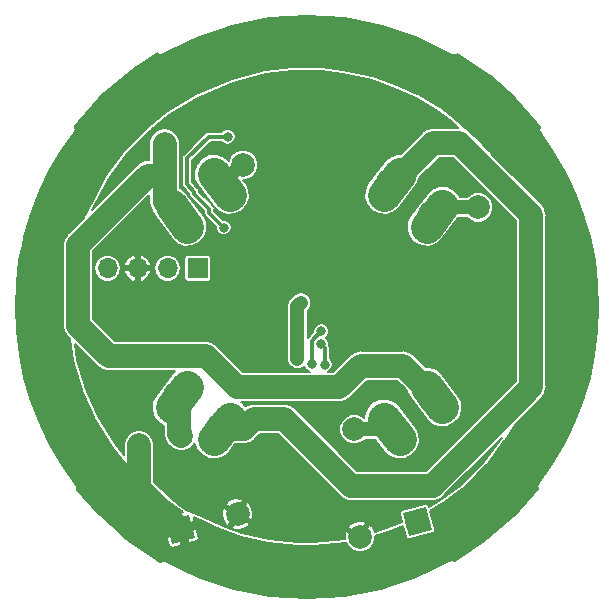
<source format=gbr>
G04 #@! TF.GenerationSoftware,KiCad,Pcbnew,(5.0.1)*
G04 #@! TF.CreationDate,2018-11-27T10:01:39+09:00*
G04 #@! TF.ProjectId,center,63656E7465722E6B696361645F706362,rev?*
G04 #@! TF.SameCoordinates,Original*
G04 #@! TF.FileFunction,Copper,L2,Bot,Signal*
G04 #@! TF.FilePolarity,Positive*
%FSLAX46Y46*%
G04 Gerber Fmt 4.6, Leading zero omitted, Abs format (unit mm)*
G04 Created by KiCad (PCBNEW (5.0.1)) date Tue Nov 27 10:01:39 2018*
%MOMM*%
%LPD*%
G01*
G04 APERTURE LIST*
G04 #@! TA.AperFunction,SMDPad,CuDef*
%ADD10C,2.800000*%
G04 #@! TD*
G04 #@! TA.AperFunction,Conductor*
%ADD11C,2.800000*%
G04 #@! TD*
G04 #@! TA.AperFunction,ComponentPad*
%ADD12R,1.700000X1.700000*%
G04 #@! TD*
G04 #@! TA.AperFunction,ComponentPad*
%ADD13O,1.700000X1.700000*%
G04 #@! TD*
G04 #@! TA.AperFunction,ComponentPad*
%ADD14C,2.000000*%
G04 #@! TD*
G04 #@! TA.AperFunction,Conductor*
%ADD15C,0.100000*%
G04 #@! TD*
G04 #@! TA.AperFunction,ViaPad*
%ADD16C,1.200000*%
G04 #@! TD*
G04 #@! TA.AperFunction,ViaPad*
%ADD17C,2.000000*%
G04 #@! TD*
G04 #@! TA.AperFunction,ViaPad*
%ADD18C,0.800000*%
G04 #@! TD*
G04 #@! TA.AperFunction,Conductor*
%ADD19C,2.000000*%
G04 #@! TD*
G04 #@! TA.AperFunction,Conductor*
%ADD20C,0.300000*%
G04 #@! TD*
G04 #@! TA.AperFunction,Conductor*
%ADD21C,1.200000*%
G04 #@! TD*
G04 #@! TA.AperFunction,Conductor*
%ADD22C,0.150000*%
G04 #@! TD*
G04 APERTURE END LIST*
D10*
G04 #@! TO.P,J1,2*
G04 #@! TO.N,/Q2*
X110796930Y-92354084D03*
D11*
G04 #@! TD*
G04 #@! TO.N,/Q2*
G04 #@! TO.C,J1*
X111458927Y-91475585D02*
X110134933Y-93232583D01*
D10*
G04 #@! TO.P,J1,1*
G04 #@! TO.N,Net-(D1-Pad2)*
X107203070Y-89645916D03*
D11*
G04 #@! TD*
G04 #@! TO.N,Net-(D1-Pad2)*
G04 #@! TO.C,J1*
X107865067Y-88767417D02*
X106541073Y-90524415D01*
D10*
G04 #@! TO.P,J2,1*
G04 #@! TO.N,Net-(D2-Pad2)*
X89203070Y-92354084D03*
D11*
G04 #@! TD*
G04 #@! TO.N,Net-(D2-Pad2)*
G04 #@! TO.C,J2*
X88541073Y-91475585D02*
X89865067Y-93232583D01*
D10*
G04 #@! TO.P,J2,2*
G04 #@! TO.N,/Q0*
X92796930Y-89645916D03*
D11*
G04 #@! TD*
G04 #@! TO.N,/Q0*
G04 #@! TO.C,J2*
X92134933Y-88767417D02*
X93458927Y-90524415D01*
D10*
G04 #@! TO.P,J3,2*
G04 #@! TO.N,/Q3*
X89203070Y-107645916D03*
D11*
G04 #@! TD*
G04 #@! TO.N,/Q3*
G04 #@! TO.C,J3*
X88541073Y-108524415D02*
X89865067Y-106767417D01*
D10*
G04 #@! TO.P,J3,1*
G04 #@! TO.N,Net-(D1-Pad2)*
X92796930Y-110354084D03*
D11*
G04 #@! TD*
G04 #@! TO.N,Net-(D1-Pad2)*
G04 #@! TO.C,J3*
X92134933Y-111232583D02*
X93458927Y-109475585D01*
D10*
G04 #@! TO.P,J4,2*
G04 #@! TO.N,/Q1*
X107203070Y-110354084D03*
D11*
G04 #@! TD*
G04 #@! TO.N,/Q1*
G04 #@! TO.C,J4*
X107865067Y-111232583D02*
X106541073Y-109475585D01*
D10*
G04 #@! TO.P,J4,1*
G04 #@! TO.N,Net-(D2-Pad2)*
X110796930Y-107645916D03*
D11*
G04 #@! TD*
G04 #@! TO.N,Net-(D2-Pad2)*
G04 #@! TO.C,J4*
X111458927Y-108524415D02*
X110134933Y-106767417D01*
D12*
G04 #@! TO.P,J5,1*
G04 #@! TO.N,+3V3*
X90750000Y-96750000D03*
D13*
G04 #@! TO.P,J5,2*
G04 #@! TO.N,/SWCLK*
X88210000Y-96750000D03*
G04 #@! TO.P,J5,3*
G04 #@! TO.N,GND*
X85670001Y-96750000D03*
G04 #@! TO.P,J5,4*
G04 #@! TO.N,/SWDIO*
X83130000Y-96750000D03*
G04 #@! TD*
D14*
G04 #@! TO.P,C1,1*
G04 #@! TO.N,+12V*
X89300000Y-118850000D03*
D15*
G04 #@! TD*
G04 #@! TO.N,+12V*
G04 #@! TO.C,C1*
G36*
X88592893Y-120074745D02*
X88075255Y-118142893D01*
X90007107Y-117625255D01*
X90524745Y-119557107D01*
X88592893Y-120074745D01*
X88592893Y-120074745D01*
G37*
D14*
G04 #@! TO.P,C1,2*
G04 #@! TO.N,GND*
X94129629Y-117555905D03*
G04 #@! TD*
G04 #@! TO.P,C4,2*
G04 #@! TO.N,GND*
X104520371Y-119494095D03*
G04 #@! TO.P,C4,1*
G04 #@! TO.N,+3V3*
X109350000Y-118200000D03*
D15*
G04 #@! TD*
G04 #@! TO.N,+3V3*
G04 #@! TO.C,C4*
G36*
X110057107Y-116975255D02*
X110574745Y-118907107D01*
X108642893Y-119424745D01*
X108125255Y-117492893D01*
X110057107Y-116975255D01*
X110057107Y-116975255D01*
G37*
D16*
G04 #@! TO.N,+12V*
X85799992Y-111750008D03*
D17*
X92571589Y-78755737D03*
X86370323Y-82091010D03*
X81503225Y-87179340D03*
X78446720Y-93522646D03*
X77500000Y-100500000D03*
X78755737Y-107428411D03*
X82091010Y-113629677D03*
X87179340Y-118496775D03*
X93522646Y-121553280D03*
X100500000Y-122500000D03*
X107428411Y-121244263D03*
X113629677Y-117908990D03*
X118496775Y-112820660D03*
X121553280Y-106477354D03*
X122500000Y-99500000D03*
X121244263Y-92571589D03*
X117908990Y-86370323D03*
X112820660Y-81503225D03*
X106477354Y-78446720D03*
X99500000Y-77500000D03*
G04 #@! TO.N,GND*
X95175000Y-104575000D03*
D16*
X98900000Y-95900000D03*
X105250000Y-92400000D03*
X98200000Y-82050000D03*
X84903097Y-101658975D03*
X97350000Y-104950000D03*
X100850000Y-100950000D03*
X100800000Y-97950000D03*
X106750000Y-99400000D03*
X103800000Y-83250000D03*
D17*
X106250000Y-84500000D03*
X113550000Y-105600000D03*
X97150000Y-111700000D03*
X89525000Y-113839991D03*
X112350000Y-101000000D03*
D18*
X117300000Y-101050000D03*
X117000000Y-102400000D03*
D16*
X94150000Y-82400000D03*
G04 #@! TO.N,+3V3*
X99200000Y-104400000D03*
X99500000Y-99675000D03*
G04 #@! TO.N,Net-(D1-Pad2)*
X111750000Y-86139998D03*
G04 #@! TO.N,Net-(D2-Pad2)*
X87950000Y-86191024D03*
D18*
X108475000Y-105450000D03*
G04 #@! TO.N,/Vmeas_A*
X93300000Y-85600000D03*
X92950000Y-93300000D03*
G04 #@! TO.N,/Vmeas_B*
X101500000Y-104900000D03*
X101200000Y-103200000D03*
D17*
G04 #@! TO.N,/Q2*
X114500000Y-91600000D03*
G04 #@! TO.N,/Q0*
X94600000Y-88000000D03*
G04 #@! TO.N,/Q3*
X89350000Y-110950000D03*
G04 #@! TO.N,/Q1*
X104024660Y-110386712D03*
D18*
G04 #@! TO.N,/CH1*
X101225000Y-102100000D03*
X100450000Y-104875000D03*
G04 #@! TD*
D19*
G04 #@! TO.N,+12V*
X89300000Y-118850000D02*
X85799992Y-115349992D01*
X85799992Y-112598536D02*
X85799992Y-111750008D01*
X85799992Y-115349992D02*
X85799992Y-112598536D01*
D20*
G04 #@! TO.N,GND*
X98900000Y-95900000D02*
X98900000Y-96050000D01*
X98900000Y-96050000D02*
X100800000Y-97950000D01*
D21*
G04 #@! TO.N,+3V3*
X99200000Y-99975000D02*
X99500000Y-99675000D01*
X99200000Y-104400000D02*
X99200000Y-99975000D01*
D19*
G04 #@! TO.N,Net-(D1-Pad2)*
X110708988Y-86139998D02*
X107203070Y-89645916D01*
X111750000Y-86139998D02*
X110708988Y-86139998D01*
X119000000Y-92250000D02*
X112889998Y-86139998D01*
X119000000Y-106800000D02*
X119000000Y-92250000D01*
X94649919Y-110354084D02*
X95504004Y-109499999D01*
X92796930Y-110354084D02*
X94649919Y-110354084D01*
X95504004Y-109499999D02*
X98074999Y-109499999D01*
X110650000Y-115150000D02*
X119000000Y-106800000D01*
X98074999Y-109499999D02*
X103725000Y-115150000D01*
X112889998Y-86139998D02*
X111750000Y-86139998D01*
X103725000Y-115150000D02*
X110650000Y-115150000D01*
G04 #@! TO.N,Net-(D2-Pad2)*
X87950000Y-91101014D02*
X89203070Y-92354084D01*
X80649999Y-101599999D02*
X80649999Y-94789999D01*
X83219326Y-104169326D02*
X80649999Y-101599999D01*
X86539998Y-88900000D02*
X87950000Y-88900000D01*
X91419326Y-104169326D02*
X83219326Y-104169326D01*
X94050000Y-106800000D02*
X91419326Y-104169326D01*
X87950000Y-88900000D02*
X87950000Y-91101014D01*
X80649999Y-94789999D02*
X86539998Y-88900000D01*
X87950000Y-86191024D02*
X87950000Y-88900000D01*
X104550000Y-105000000D02*
X102750000Y-106800000D01*
X108151014Y-105000000D02*
X104550000Y-105000000D01*
X102750000Y-106800000D02*
X94050000Y-106800000D01*
X110796930Y-107645916D02*
X109000000Y-105848986D01*
X109000000Y-105848986D02*
X108151014Y-105000000D01*
D20*
X108998987Y-105849999D02*
X108874999Y-105849999D01*
X108874999Y-105849999D02*
X108475000Y-105450000D01*
X109000000Y-105848986D02*
X108998987Y-105849999D01*
G04 #@! TO.N,/Vmeas_A*
X89850000Y-89650000D02*
X90450000Y-90250000D01*
X89850000Y-87450000D02*
X89850000Y-89650000D01*
X91750000Y-91750000D02*
X91750000Y-92100000D01*
X90450000Y-90450000D02*
X91750000Y-91750000D01*
X93300000Y-85600000D02*
X91700000Y-85600000D01*
X90450000Y-90250000D02*
X90450000Y-90450000D01*
X91700000Y-85600000D02*
X89850000Y-87450000D01*
X91750000Y-92100000D02*
X92950000Y-93300000D01*
G04 #@! TO.N,/Vmeas_B*
X101500000Y-104900000D02*
X101500000Y-103500000D01*
X101500000Y-103500000D02*
X101200000Y-103200000D01*
D21*
G04 #@! TO.N,/Q2*
X111551014Y-91600000D02*
X110796930Y-92354084D01*
X114500000Y-91600000D02*
X111551014Y-91600000D01*
G04 #@! TO.N,/Q0*
X94442846Y-88000000D02*
X92796930Y-89645916D01*
X94600000Y-88000000D02*
X94442846Y-88000000D01*
D19*
G04 #@! TO.N,/Q3*
X89203070Y-110803070D02*
X89350000Y-110950000D01*
X89203070Y-107645916D02*
X89203070Y-110803070D01*
D21*
G04 #@! TO.N,/Q1*
X107170442Y-110386712D02*
X107203070Y-110354084D01*
X104024660Y-110386712D02*
X107170442Y-110386712D01*
D20*
G04 #@! TO.N,/CH1*
X101225000Y-102100000D02*
X100450000Y-102875000D01*
X100450000Y-102875000D02*
X100450000Y-104875000D01*
G04 #@! TD*
D22*
G04 #@! TO.N,GND*
G36*
X82228971Y-104982093D02*
X82300103Y-105088549D01*
X82721846Y-105370349D01*
X83093753Y-105444326D01*
X83093757Y-105444326D01*
X83219325Y-105469303D01*
X83344893Y-105444326D01*
X88832004Y-105444326D01*
X88626635Y-105627625D01*
X87104077Y-107648127D01*
X86887657Y-108096813D01*
X86849878Y-108762096D01*
X87069570Y-109391195D01*
X87513284Y-109888336D01*
X87928071Y-110088405D01*
X87928071Y-110677498D01*
X87903093Y-110803070D01*
X88002048Y-111300550D01*
X88188373Y-111579404D01*
X88283848Y-111722293D01*
X88390297Y-111793420D01*
X88627770Y-112030893D01*
X88746070Y-112079894D01*
X88852520Y-112151022D01*
X88978088Y-112175999D01*
X89096387Y-112225000D01*
X89224431Y-112225000D01*
X89349999Y-112249977D01*
X89475567Y-112225000D01*
X89603613Y-112225000D01*
X89721913Y-112175999D01*
X89847479Y-112151022D01*
X89953927Y-112079895D01*
X90072230Y-112030893D01*
X90162776Y-111940347D01*
X90269222Y-111869222D01*
X90340347Y-111762776D01*
X90430893Y-111672230D01*
X90476130Y-111563019D01*
X90663430Y-112099363D01*
X91107144Y-112596504D01*
X91707331Y-112885999D01*
X92372614Y-112923778D01*
X93001713Y-112704086D01*
X93373364Y-112372376D01*
X93933475Y-111629084D01*
X94524351Y-111629084D01*
X94649919Y-111654061D01*
X94775487Y-111629084D01*
X94775492Y-111629084D01*
X95147399Y-111555107D01*
X95569142Y-111273307D01*
X95640275Y-111166849D01*
X96032126Y-110774999D01*
X97546878Y-110774999D01*
X102734646Y-115962768D01*
X102805777Y-116069223D01*
X103227520Y-116351023D01*
X103599427Y-116425000D01*
X103599431Y-116425000D01*
X103724999Y-116449977D01*
X103850567Y-116425000D01*
X110524432Y-116425000D01*
X110650000Y-116449977D01*
X110775568Y-116425000D01*
X110775573Y-116425000D01*
X111147480Y-116351023D01*
X111569223Y-116069223D01*
X111640356Y-115962765D01*
X116508949Y-111094173D01*
X116438088Y-111207550D01*
X114943198Y-113200736D01*
X112951356Y-115192578D01*
X111208290Y-116437625D01*
X110347485Y-116975628D01*
X110327940Y-116902686D01*
X110279553Y-116804566D01*
X110197301Y-116732433D01*
X110093705Y-116697267D01*
X109984538Y-116704422D01*
X108052686Y-117222060D01*
X107954566Y-117270447D01*
X107882433Y-117352699D01*
X107847267Y-117456295D01*
X107854422Y-117565462D01*
X108027467Y-118211274D01*
X106972846Y-118679995D01*
X105779080Y-119077917D01*
X105672956Y-118789370D01*
X105499393Y-118563180D01*
X105300720Y-118492490D01*
X104808145Y-119345655D01*
X104183672Y-119501773D01*
X103343766Y-119016854D01*
X103207055Y-119177410D01*
X103185964Y-119700909D01*
X100496880Y-119925000D01*
X99253743Y-119925000D01*
X96761907Y-119675816D01*
X94521408Y-119177928D01*
X93333628Y-118732510D01*
X93652388Y-118732510D01*
X93812944Y-118869221D01*
X94339635Y-118890441D01*
X94820063Y-118713746D01*
X103518766Y-118713746D01*
X104456317Y-119255041D01*
X104997612Y-118317490D01*
X104837056Y-118180779D01*
X104310365Y-118159559D01*
X103815646Y-118341510D01*
X103589456Y-118515073D01*
X103518766Y-118713746D01*
X94820063Y-118713746D01*
X94834354Y-118708490D01*
X95060544Y-118534927D01*
X95131234Y-118336254D01*
X94193683Y-117794959D01*
X93652388Y-118732510D01*
X93333628Y-118732510D01*
X92528708Y-118430665D01*
X91066250Y-117765911D01*
X92795093Y-117765911D01*
X92977044Y-118260630D01*
X93150607Y-118486820D01*
X93349280Y-118557510D01*
X93890575Y-117619959D01*
X93668686Y-117491851D01*
X94368683Y-117491851D01*
X95306234Y-118033146D01*
X95442945Y-117872590D01*
X95464165Y-117345899D01*
X95282214Y-116851180D01*
X95108651Y-116624990D01*
X94909978Y-116554300D01*
X94368683Y-117491851D01*
X93668686Y-117491851D01*
X92953024Y-117078664D01*
X92816313Y-117239220D01*
X92795093Y-117765911D01*
X91066250Y-117765911D01*
X89787669Y-117184738D01*
X89214815Y-116775556D01*
X93128024Y-116775556D01*
X94065575Y-117316851D01*
X94606870Y-116379300D01*
X94446314Y-116242589D01*
X93919623Y-116221369D01*
X93424904Y-116403320D01*
X93198714Y-116576883D01*
X93128024Y-116775556D01*
X89214815Y-116775556D01*
X88563337Y-116310215D01*
X87074992Y-114821871D01*
X87074992Y-111624436D01*
X87001015Y-111252528D01*
X86719215Y-110830785D01*
X86297472Y-110548985D01*
X85799992Y-110450030D01*
X85302513Y-110548985D01*
X84880770Y-110830785D01*
X84598969Y-111252528D01*
X84524992Y-111624435D01*
X84524992Y-112598682D01*
X83811717Y-111707088D01*
X82316673Y-109215347D01*
X81320469Y-106973890D01*
X80573451Y-104483830D01*
X80380575Y-103133696D01*
X82228971Y-104982093D01*
X82228971Y-104982093D01*
G37*
X82228971Y-104982093D02*
X82300103Y-105088549D01*
X82721846Y-105370349D01*
X83093753Y-105444326D01*
X83093757Y-105444326D01*
X83219325Y-105469303D01*
X83344893Y-105444326D01*
X88832004Y-105444326D01*
X88626635Y-105627625D01*
X87104077Y-107648127D01*
X86887657Y-108096813D01*
X86849878Y-108762096D01*
X87069570Y-109391195D01*
X87513284Y-109888336D01*
X87928071Y-110088405D01*
X87928071Y-110677498D01*
X87903093Y-110803070D01*
X88002048Y-111300550D01*
X88188373Y-111579404D01*
X88283848Y-111722293D01*
X88390297Y-111793420D01*
X88627770Y-112030893D01*
X88746070Y-112079894D01*
X88852520Y-112151022D01*
X88978088Y-112175999D01*
X89096387Y-112225000D01*
X89224431Y-112225000D01*
X89349999Y-112249977D01*
X89475567Y-112225000D01*
X89603613Y-112225000D01*
X89721913Y-112175999D01*
X89847479Y-112151022D01*
X89953927Y-112079895D01*
X90072230Y-112030893D01*
X90162776Y-111940347D01*
X90269222Y-111869222D01*
X90340347Y-111762776D01*
X90430893Y-111672230D01*
X90476130Y-111563019D01*
X90663430Y-112099363D01*
X91107144Y-112596504D01*
X91707331Y-112885999D01*
X92372614Y-112923778D01*
X93001713Y-112704086D01*
X93373364Y-112372376D01*
X93933475Y-111629084D01*
X94524351Y-111629084D01*
X94649919Y-111654061D01*
X94775487Y-111629084D01*
X94775492Y-111629084D01*
X95147399Y-111555107D01*
X95569142Y-111273307D01*
X95640275Y-111166849D01*
X96032126Y-110774999D01*
X97546878Y-110774999D01*
X102734646Y-115962768D01*
X102805777Y-116069223D01*
X103227520Y-116351023D01*
X103599427Y-116425000D01*
X103599431Y-116425000D01*
X103724999Y-116449977D01*
X103850567Y-116425000D01*
X110524432Y-116425000D01*
X110650000Y-116449977D01*
X110775568Y-116425000D01*
X110775573Y-116425000D01*
X111147480Y-116351023D01*
X111569223Y-116069223D01*
X111640356Y-115962765D01*
X116508949Y-111094173D01*
X116438088Y-111207550D01*
X114943198Y-113200736D01*
X112951356Y-115192578D01*
X111208290Y-116437625D01*
X110347485Y-116975628D01*
X110327940Y-116902686D01*
X110279553Y-116804566D01*
X110197301Y-116732433D01*
X110093705Y-116697267D01*
X109984538Y-116704422D01*
X108052686Y-117222060D01*
X107954566Y-117270447D01*
X107882433Y-117352699D01*
X107847267Y-117456295D01*
X107854422Y-117565462D01*
X108027467Y-118211274D01*
X106972846Y-118679995D01*
X105779080Y-119077917D01*
X105672956Y-118789370D01*
X105499393Y-118563180D01*
X105300720Y-118492490D01*
X104808145Y-119345655D01*
X104183672Y-119501773D01*
X103343766Y-119016854D01*
X103207055Y-119177410D01*
X103185964Y-119700909D01*
X100496880Y-119925000D01*
X99253743Y-119925000D01*
X96761907Y-119675816D01*
X94521408Y-119177928D01*
X93333628Y-118732510D01*
X93652388Y-118732510D01*
X93812944Y-118869221D01*
X94339635Y-118890441D01*
X94820063Y-118713746D01*
X103518766Y-118713746D01*
X104456317Y-119255041D01*
X104997612Y-118317490D01*
X104837056Y-118180779D01*
X104310365Y-118159559D01*
X103815646Y-118341510D01*
X103589456Y-118515073D01*
X103518766Y-118713746D01*
X94820063Y-118713746D01*
X94834354Y-118708490D01*
X95060544Y-118534927D01*
X95131234Y-118336254D01*
X94193683Y-117794959D01*
X93652388Y-118732510D01*
X93333628Y-118732510D01*
X92528708Y-118430665D01*
X91066250Y-117765911D01*
X92795093Y-117765911D01*
X92977044Y-118260630D01*
X93150607Y-118486820D01*
X93349280Y-118557510D01*
X93890575Y-117619959D01*
X93668686Y-117491851D01*
X94368683Y-117491851D01*
X95306234Y-118033146D01*
X95442945Y-117872590D01*
X95464165Y-117345899D01*
X95282214Y-116851180D01*
X95108651Y-116624990D01*
X94909978Y-116554300D01*
X94368683Y-117491851D01*
X93668686Y-117491851D01*
X92953024Y-117078664D01*
X92816313Y-117239220D01*
X92795093Y-117765911D01*
X91066250Y-117765911D01*
X89787669Y-117184738D01*
X89214815Y-116775556D01*
X93128024Y-116775556D01*
X94065575Y-117316851D01*
X94606870Y-116379300D01*
X94446314Y-116242589D01*
X93919623Y-116221369D01*
X93424904Y-116403320D01*
X93198714Y-116576883D01*
X93128024Y-116775556D01*
X89214815Y-116775556D01*
X88563337Y-116310215D01*
X87074992Y-114821871D01*
X87074992Y-111624436D01*
X87001015Y-111252528D01*
X86719215Y-110830785D01*
X86297472Y-110548985D01*
X85799992Y-110450030D01*
X85302513Y-110548985D01*
X84880770Y-110830785D01*
X84598969Y-111252528D01*
X84524992Y-111624435D01*
X84524992Y-112598682D01*
X83811717Y-111707088D01*
X82316673Y-109215347D01*
X81320469Y-106973890D01*
X80573451Y-104483830D01*
X80380575Y-103133696D01*
X82228971Y-104982093D01*
G36*
X102987321Y-80323950D02*
X105479346Y-80822355D01*
X107472047Y-81569618D01*
X109216518Y-82317248D01*
X110957712Y-83312217D01*
X112202160Y-84307775D01*
X112835712Y-84850819D01*
X112764430Y-84864998D01*
X110834557Y-84864998D01*
X110708988Y-84840021D01*
X110583419Y-84864998D01*
X110583415Y-84864998D01*
X110211508Y-84938975D01*
X109789765Y-85220775D01*
X109718634Y-85327230D01*
X107951251Y-87094614D01*
X107627385Y-87076223D01*
X106998286Y-87295914D01*
X106626635Y-87627625D01*
X105104077Y-89648127D01*
X104887657Y-90096813D01*
X104849878Y-90762096D01*
X105069570Y-91391195D01*
X105513284Y-91888336D01*
X106113471Y-92177831D01*
X106778754Y-92215610D01*
X107407853Y-91995918D01*
X107779504Y-91664208D01*
X109302063Y-89643706D01*
X109518483Y-89195021D01*
X109522179Y-89129928D01*
X111237110Y-87414998D01*
X112361877Y-87414998D01*
X117725001Y-92778123D01*
X117725000Y-106271878D01*
X110121879Y-113875000D01*
X104253122Y-113875000D01*
X100511221Y-110133099D01*
X102749660Y-110133099D01*
X102749660Y-110640325D01*
X102943767Y-111108942D01*
X103302430Y-111467605D01*
X103771047Y-111661712D01*
X104278273Y-111661712D01*
X104746890Y-111467605D01*
X104952783Y-111261712D01*
X105789690Y-111261712D01*
X106626635Y-112372375D01*
X106998286Y-112704086D01*
X107627385Y-112923777D01*
X108292669Y-112885999D01*
X108892855Y-112596503D01*
X109336570Y-112099363D01*
X109556262Y-111470263D01*
X109518483Y-110804979D01*
X109302063Y-110356294D01*
X107779504Y-108335792D01*
X107407853Y-108004082D01*
X106778754Y-107784390D01*
X106113471Y-107822169D01*
X105513284Y-108111664D01*
X105069570Y-108608805D01*
X104849878Y-109237904D01*
X104860167Y-109419096D01*
X104746890Y-109305819D01*
X104278273Y-109111712D01*
X103771047Y-109111712D01*
X103302430Y-109305819D01*
X102943767Y-109664482D01*
X102749660Y-110133099D01*
X100511221Y-110133099D01*
X99065355Y-108687234D01*
X98994222Y-108580776D01*
X98572479Y-108298976D01*
X98200572Y-108224999D01*
X98200567Y-108224999D01*
X98074999Y-108200022D01*
X97949431Y-108224999D01*
X95629573Y-108224999D01*
X95504004Y-108200022D01*
X95378435Y-108224999D01*
X95378431Y-108224999D01*
X95006524Y-108298976D01*
X94785631Y-108446572D01*
X94486715Y-108111665D01*
X94410701Y-108075000D01*
X102624432Y-108075000D01*
X102750000Y-108099977D01*
X102875568Y-108075000D01*
X102875573Y-108075000D01*
X103247480Y-108001023D01*
X103669223Y-107719223D01*
X103740356Y-107612765D01*
X105078122Y-106275000D01*
X107622892Y-106275000D01*
X108187232Y-106839341D01*
X108187238Y-106839345D01*
X108477821Y-107129928D01*
X108481517Y-107195019D01*
X108697937Y-107643705D01*
X110220495Y-109664207D01*
X110592146Y-109995918D01*
X111221245Y-110215609D01*
X111886529Y-110177831D01*
X112486715Y-109888335D01*
X112930430Y-109391195D01*
X113150122Y-108762095D01*
X113112343Y-108096811D01*
X112895923Y-107648126D01*
X111373364Y-105627624D01*
X111001713Y-105295914D01*
X110372614Y-105076222D01*
X110048748Y-105094613D01*
X109990359Y-105036224D01*
X109990355Y-105036218D01*
X109141369Y-104187234D01*
X109070237Y-104080777D01*
X108648494Y-103798977D01*
X108276587Y-103725000D01*
X108276582Y-103725000D01*
X108151014Y-103700023D01*
X108025446Y-103725000D01*
X104675567Y-103725000D01*
X104549999Y-103700023D01*
X104424431Y-103725000D01*
X104424427Y-103725000D01*
X104052520Y-103798977D01*
X103630777Y-104080777D01*
X103559646Y-104187232D01*
X102221879Y-105525000D01*
X101754976Y-105525000D01*
X101882357Y-105472237D01*
X102072237Y-105282357D01*
X102175000Y-105034266D01*
X102175000Y-104765734D01*
X102072237Y-104517643D01*
X101925000Y-104370406D01*
X101925000Y-103541857D01*
X101933326Y-103499999D01*
X101900341Y-103334173D01*
X101875000Y-103296248D01*
X101875000Y-103065734D01*
X101772237Y-102817643D01*
X101617094Y-102662500D01*
X101797237Y-102482357D01*
X101900000Y-102234266D01*
X101900000Y-101965734D01*
X101797237Y-101717643D01*
X101607357Y-101527763D01*
X101359266Y-101425000D01*
X101090734Y-101425000D01*
X100842643Y-101527763D01*
X100652763Y-101717643D01*
X100550000Y-101965734D01*
X100550000Y-102173960D01*
X100179081Y-102544879D01*
X100143592Y-102568592D01*
X100075000Y-102671248D01*
X100075000Y-100337437D01*
X100241789Y-100170648D01*
X100275416Y-100089464D01*
X100324231Y-100016408D01*
X100341373Y-99930231D01*
X100375000Y-99849048D01*
X100375000Y-99761178D01*
X100392142Y-99675001D01*
X100375000Y-99588823D01*
X100375000Y-99500952D01*
X100341373Y-99419768D01*
X100324231Y-99333592D01*
X100275417Y-99260536D01*
X100241789Y-99179352D01*
X100179653Y-99117216D01*
X100130839Y-99044161D01*
X100057784Y-98995347D01*
X99995648Y-98933211D01*
X99914464Y-98899583D01*
X99841408Y-98850769D01*
X99755232Y-98833627D01*
X99674048Y-98800000D01*
X99586177Y-98800000D01*
X99499999Y-98782858D01*
X99413822Y-98800000D01*
X99325952Y-98800000D01*
X99244769Y-98833627D01*
X99158592Y-98850769D01*
X99085536Y-98899584D01*
X99004352Y-98933211D01*
X98758211Y-99179352D01*
X98758210Y-99179354D01*
X98642221Y-99295343D01*
X98569161Y-99344160D01*
X98520344Y-99417220D01*
X98375769Y-99633592D01*
X98307858Y-99975000D01*
X98325001Y-100061183D01*
X98325000Y-104225952D01*
X98325000Y-104574048D01*
X98358626Y-104655229D01*
X98375768Y-104741407D01*
X98424585Y-104814466D01*
X98458211Y-104895648D01*
X98520343Y-104957780D01*
X98569160Y-105030840D01*
X98642220Y-105079657D01*
X98704352Y-105141789D01*
X98785532Y-105175415D01*
X98858592Y-105224232D01*
X98944772Y-105241374D01*
X99025952Y-105275000D01*
X99113821Y-105275000D01*
X99200000Y-105292142D01*
X99286179Y-105275000D01*
X99374048Y-105275000D01*
X99455229Y-105241374D01*
X99541407Y-105224232D01*
X99614466Y-105175415D01*
X99695648Y-105141789D01*
X99757780Y-105079657D01*
X99794104Y-105055386D01*
X99877763Y-105257357D01*
X100067643Y-105447237D01*
X100255379Y-105525000D01*
X94578122Y-105525000D01*
X92409682Y-103356561D01*
X92338549Y-103250103D01*
X91916806Y-102968303D01*
X91544899Y-102894326D01*
X91544894Y-102894326D01*
X91419326Y-102869349D01*
X91293758Y-102894326D01*
X83747448Y-102894326D01*
X81924999Y-101071878D01*
X81924999Y-96750000D01*
X81982960Y-96750000D01*
X82070273Y-97188953D01*
X82318920Y-97561080D01*
X82691047Y-97809727D01*
X83019197Y-97875000D01*
X83240803Y-97875000D01*
X83568953Y-97809727D01*
X83941080Y-97561080D01*
X84189727Y-97188953D01*
X84206504Y-97104609D01*
X84549770Y-97104609D01*
X84770745Y-97506310D01*
X85128624Y-97792870D01*
X85315395Y-97870214D01*
X85495001Y-97829659D01*
X85495001Y-96925000D01*
X85845001Y-96925000D01*
X85845001Y-97829659D01*
X86024607Y-97870214D01*
X86211378Y-97792870D01*
X86569257Y-97506310D01*
X86790232Y-97104609D01*
X86750663Y-96925000D01*
X85845001Y-96925000D01*
X85495001Y-96925000D01*
X84589339Y-96925000D01*
X84549770Y-97104609D01*
X84206504Y-97104609D01*
X84277040Y-96750000D01*
X87062960Y-96750000D01*
X87150273Y-97188953D01*
X87398920Y-97561080D01*
X87771047Y-97809727D01*
X88099197Y-97875000D01*
X88320803Y-97875000D01*
X88648953Y-97809727D01*
X89021080Y-97561080D01*
X89269727Y-97188953D01*
X89357040Y-96750000D01*
X89269727Y-96311047D01*
X89021080Y-95938920D01*
X88962833Y-95900000D01*
X89619613Y-95900000D01*
X89619613Y-97600000D01*
X89640956Y-97707299D01*
X89701736Y-97798264D01*
X89792701Y-97859044D01*
X89900000Y-97880387D01*
X91600000Y-97880387D01*
X91707299Y-97859044D01*
X91798264Y-97798264D01*
X91859044Y-97707299D01*
X91880387Y-97600000D01*
X91880387Y-95900000D01*
X91859044Y-95792701D01*
X91798264Y-95701736D01*
X91707299Y-95640956D01*
X91600000Y-95619613D01*
X89900000Y-95619613D01*
X89792701Y-95640956D01*
X89701736Y-95701736D01*
X89640956Y-95792701D01*
X89619613Y-95900000D01*
X88962833Y-95900000D01*
X88648953Y-95690273D01*
X88320803Y-95625000D01*
X88099197Y-95625000D01*
X87771047Y-95690273D01*
X87398920Y-95938920D01*
X87150273Y-96311047D01*
X87062960Y-96750000D01*
X84277040Y-96750000D01*
X84206505Y-96395391D01*
X84549770Y-96395391D01*
X84589339Y-96575000D01*
X85495001Y-96575000D01*
X85495001Y-95670341D01*
X85845001Y-95670341D01*
X85845001Y-96575000D01*
X86750663Y-96575000D01*
X86790232Y-96395391D01*
X86569257Y-95993690D01*
X86211378Y-95707130D01*
X86024607Y-95629786D01*
X85845001Y-95670341D01*
X85495001Y-95670341D01*
X85315395Y-95629786D01*
X85128624Y-95707130D01*
X84770745Y-95993690D01*
X84549770Y-96395391D01*
X84206505Y-96395391D01*
X84189727Y-96311047D01*
X83941080Y-95938920D01*
X83568953Y-95690273D01*
X83240803Y-95625000D01*
X83019197Y-95625000D01*
X82691047Y-95690273D01*
X82318920Y-95938920D01*
X82070273Y-96311047D01*
X81982960Y-96750000D01*
X81924999Y-96750000D01*
X81924999Y-95318120D01*
X86675001Y-90568119D01*
X86675001Y-90975442D01*
X86650023Y-91101014D01*
X86748978Y-91598494D01*
X86881628Y-91797019D01*
X86887657Y-91903187D01*
X87104077Y-92351873D01*
X88626635Y-94372375D01*
X88998286Y-94704086D01*
X89627385Y-94923777D01*
X90292669Y-94885999D01*
X90892855Y-94596503D01*
X91336570Y-94099363D01*
X91556262Y-93470263D01*
X91518483Y-92804979D01*
X91302063Y-92356294D01*
X89779504Y-90335792D01*
X89407853Y-90004082D01*
X89225000Y-89940227D01*
X89225000Y-89025573D01*
X89249978Y-88900000D01*
X89225000Y-88774427D01*
X89225000Y-87450000D01*
X89416674Y-87450000D01*
X89425000Y-87491858D01*
X89425001Y-89608138D01*
X89416674Y-89650000D01*
X89449659Y-89815826D01*
X89505897Y-89899992D01*
X89543593Y-89956408D01*
X89579079Y-89980119D01*
X90022030Y-90423071D01*
X90016674Y-90450000D01*
X90025000Y-90491857D01*
X90025000Y-90491858D01*
X90049659Y-90615827D01*
X90143593Y-90756408D01*
X90179079Y-90780119D01*
X91325000Y-91926041D01*
X91325000Y-92058143D01*
X91316674Y-92100000D01*
X91349659Y-92265826D01*
X91419882Y-92370922D01*
X91443593Y-92406408D01*
X91479079Y-92430119D01*
X92275000Y-93226041D01*
X92275000Y-93434266D01*
X92377763Y-93682357D01*
X92567643Y-93872237D01*
X92815734Y-93975000D01*
X93084266Y-93975000D01*
X93332357Y-93872237D01*
X93522237Y-93682357D01*
X93610089Y-93470264D01*
X108443738Y-93470264D01*
X108663430Y-94099363D01*
X109107144Y-94596504D01*
X109707331Y-94885999D01*
X110372614Y-94923778D01*
X111001713Y-94704086D01*
X111373364Y-94372376D01*
X112803141Y-92475000D01*
X113571877Y-92475000D01*
X113777770Y-92680893D01*
X114246387Y-92875000D01*
X114753613Y-92875000D01*
X115222230Y-92680893D01*
X115580893Y-92322230D01*
X115775000Y-91853613D01*
X115775000Y-91346387D01*
X115580893Y-90877770D01*
X115222230Y-90519107D01*
X114753613Y-90325000D01*
X114246387Y-90325000D01*
X113777770Y-90519107D01*
X113571877Y-90725000D01*
X112971007Y-90725000D01*
X112930430Y-90608805D01*
X112486715Y-90111665D01*
X111886529Y-89822169D01*
X111221245Y-89784391D01*
X110592146Y-90004082D01*
X110220495Y-90335793D01*
X108697937Y-92356295D01*
X108481517Y-92804981D01*
X108443738Y-93470264D01*
X93610089Y-93470264D01*
X93625000Y-93434266D01*
X93625000Y-93165734D01*
X93522237Y-92917643D01*
X93332357Y-92727763D01*
X93084266Y-92625000D01*
X92876041Y-92625000D01*
X92175000Y-91923960D01*
X92175000Y-91791857D01*
X92183326Y-91750000D01*
X92150341Y-91584173D01*
X92080118Y-91479077D01*
X92073300Y-91468873D01*
X92220495Y-91664207D01*
X92592146Y-91995918D01*
X93221245Y-92215609D01*
X93886529Y-92177831D01*
X94486715Y-91888335D01*
X94930430Y-91391195D01*
X95150122Y-90762095D01*
X95112343Y-90096811D01*
X94895923Y-89648126D01*
X94614752Y-89275000D01*
X94853613Y-89275000D01*
X95322230Y-89080893D01*
X95680893Y-88722230D01*
X95875000Y-88253613D01*
X95875000Y-87746387D01*
X95680893Y-87277770D01*
X95322230Y-86919107D01*
X94853613Y-86725000D01*
X94346387Y-86725000D01*
X93877770Y-86919107D01*
X93519107Y-87277770D01*
X93373899Y-87628334D01*
X93373364Y-87627624D01*
X93001713Y-87295914D01*
X92372614Y-87076222D01*
X91707331Y-87114001D01*
X91107144Y-87403496D01*
X90663430Y-87900637D01*
X90443738Y-88529736D01*
X90481517Y-89195019D01*
X90697937Y-89643705D01*
X92052061Y-91440687D01*
X92020923Y-91419882D01*
X90877969Y-90276929D01*
X90883326Y-90249999D01*
X90850341Y-90084173D01*
X90827735Y-90050341D01*
X90756408Y-89943592D01*
X90720922Y-89919882D01*
X90275000Y-89473960D01*
X90275000Y-87626040D01*
X91876041Y-86025000D01*
X92770406Y-86025000D01*
X92917643Y-86172237D01*
X93165734Y-86275000D01*
X93434266Y-86275000D01*
X93682357Y-86172237D01*
X93872237Y-85982357D01*
X93975000Y-85734266D01*
X93975000Y-85465734D01*
X93872237Y-85217643D01*
X93682357Y-85027763D01*
X93434266Y-84925000D01*
X93165734Y-84925000D01*
X92917643Y-85027763D01*
X92770406Y-85175000D01*
X91741857Y-85175000D01*
X91699999Y-85166674D01*
X91658142Y-85175000D01*
X91534173Y-85199659D01*
X91393592Y-85293592D01*
X91369881Y-85329078D01*
X89579081Y-87119879D01*
X89543592Y-87143592D01*
X89453938Y-87277770D01*
X89449659Y-87284174D01*
X89416674Y-87450000D01*
X89225000Y-87450000D01*
X89225000Y-86065451D01*
X89151023Y-85693544D01*
X88869223Y-85271801D01*
X88447479Y-84990001D01*
X87950000Y-84891046D01*
X87452520Y-84990001D01*
X87030777Y-85271801D01*
X86748977Y-85693545D01*
X86675000Y-86065452D01*
X86675001Y-87625000D01*
X86665565Y-87625000D01*
X86539997Y-87600023D01*
X86414429Y-87625000D01*
X86414425Y-87625000D01*
X86042518Y-87698977D01*
X85620775Y-87980777D01*
X85549644Y-88087232D01*
X81816537Y-91820339D01*
X83313369Y-89040508D01*
X84806802Y-87049264D01*
X86800624Y-85055442D01*
X88293562Y-83811327D01*
X90783895Y-82317127D01*
X93774393Y-81071086D01*
X96514094Y-80323895D01*
X98754151Y-80075000D01*
X101244671Y-80075000D01*
X102987321Y-80323950D01*
X102987321Y-80323950D01*
G37*
X102987321Y-80323950D02*
X105479346Y-80822355D01*
X107472047Y-81569618D01*
X109216518Y-82317248D01*
X110957712Y-83312217D01*
X112202160Y-84307775D01*
X112835712Y-84850819D01*
X112764430Y-84864998D01*
X110834557Y-84864998D01*
X110708988Y-84840021D01*
X110583419Y-84864998D01*
X110583415Y-84864998D01*
X110211508Y-84938975D01*
X109789765Y-85220775D01*
X109718634Y-85327230D01*
X107951251Y-87094614D01*
X107627385Y-87076223D01*
X106998286Y-87295914D01*
X106626635Y-87627625D01*
X105104077Y-89648127D01*
X104887657Y-90096813D01*
X104849878Y-90762096D01*
X105069570Y-91391195D01*
X105513284Y-91888336D01*
X106113471Y-92177831D01*
X106778754Y-92215610D01*
X107407853Y-91995918D01*
X107779504Y-91664208D01*
X109302063Y-89643706D01*
X109518483Y-89195021D01*
X109522179Y-89129928D01*
X111237110Y-87414998D01*
X112361877Y-87414998D01*
X117725001Y-92778123D01*
X117725000Y-106271878D01*
X110121879Y-113875000D01*
X104253122Y-113875000D01*
X100511221Y-110133099D01*
X102749660Y-110133099D01*
X102749660Y-110640325D01*
X102943767Y-111108942D01*
X103302430Y-111467605D01*
X103771047Y-111661712D01*
X104278273Y-111661712D01*
X104746890Y-111467605D01*
X104952783Y-111261712D01*
X105789690Y-111261712D01*
X106626635Y-112372375D01*
X106998286Y-112704086D01*
X107627385Y-112923777D01*
X108292669Y-112885999D01*
X108892855Y-112596503D01*
X109336570Y-112099363D01*
X109556262Y-111470263D01*
X109518483Y-110804979D01*
X109302063Y-110356294D01*
X107779504Y-108335792D01*
X107407853Y-108004082D01*
X106778754Y-107784390D01*
X106113471Y-107822169D01*
X105513284Y-108111664D01*
X105069570Y-108608805D01*
X104849878Y-109237904D01*
X104860167Y-109419096D01*
X104746890Y-109305819D01*
X104278273Y-109111712D01*
X103771047Y-109111712D01*
X103302430Y-109305819D01*
X102943767Y-109664482D01*
X102749660Y-110133099D01*
X100511221Y-110133099D01*
X99065355Y-108687234D01*
X98994222Y-108580776D01*
X98572479Y-108298976D01*
X98200572Y-108224999D01*
X98200567Y-108224999D01*
X98074999Y-108200022D01*
X97949431Y-108224999D01*
X95629573Y-108224999D01*
X95504004Y-108200022D01*
X95378435Y-108224999D01*
X95378431Y-108224999D01*
X95006524Y-108298976D01*
X94785631Y-108446572D01*
X94486715Y-108111665D01*
X94410701Y-108075000D01*
X102624432Y-108075000D01*
X102750000Y-108099977D01*
X102875568Y-108075000D01*
X102875573Y-108075000D01*
X103247480Y-108001023D01*
X103669223Y-107719223D01*
X103740356Y-107612765D01*
X105078122Y-106275000D01*
X107622892Y-106275000D01*
X108187232Y-106839341D01*
X108187238Y-106839345D01*
X108477821Y-107129928D01*
X108481517Y-107195019D01*
X108697937Y-107643705D01*
X110220495Y-109664207D01*
X110592146Y-109995918D01*
X111221245Y-110215609D01*
X111886529Y-110177831D01*
X112486715Y-109888335D01*
X112930430Y-109391195D01*
X113150122Y-108762095D01*
X113112343Y-108096811D01*
X112895923Y-107648126D01*
X111373364Y-105627624D01*
X111001713Y-105295914D01*
X110372614Y-105076222D01*
X110048748Y-105094613D01*
X109990359Y-105036224D01*
X109990355Y-105036218D01*
X109141369Y-104187234D01*
X109070237Y-104080777D01*
X108648494Y-103798977D01*
X108276587Y-103725000D01*
X108276582Y-103725000D01*
X108151014Y-103700023D01*
X108025446Y-103725000D01*
X104675567Y-103725000D01*
X104549999Y-103700023D01*
X104424431Y-103725000D01*
X104424427Y-103725000D01*
X104052520Y-103798977D01*
X103630777Y-104080777D01*
X103559646Y-104187232D01*
X102221879Y-105525000D01*
X101754976Y-105525000D01*
X101882357Y-105472237D01*
X102072237Y-105282357D01*
X102175000Y-105034266D01*
X102175000Y-104765734D01*
X102072237Y-104517643D01*
X101925000Y-104370406D01*
X101925000Y-103541857D01*
X101933326Y-103499999D01*
X101900341Y-103334173D01*
X101875000Y-103296248D01*
X101875000Y-103065734D01*
X101772237Y-102817643D01*
X101617094Y-102662500D01*
X101797237Y-102482357D01*
X101900000Y-102234266D01*
X101900000Y-101965734D01*
X101797237Y-101717643D01*
X101607357Y-101527763D01*
X101359266Y-101425000D01*
X101090734Y-101425000D01*
X100842643Y-101527763D01*
X100652763Y-101717643D01*
X100550000Y-101965734D01*
X100550000Y-102173960D01*
X100179081Y-102544879D01*
X100143592Y-102568592D01*
X100075000Y-102671248D01*
X100075000Y-100337437D01*
X100241789Y-100170648D01*
X100275416Y-100089464D01*
X100324231Y-100016408D01*
X100341373Y-99930231D01*
X100375000Y-99849048D01*
X100375000Y-99761178D01*
X100392142Y-99675001D01*
X100375000Y-99588823D01*
X100375000Y-99500952D01*
X100341373Y-99419768D01*
X100324231Y-99333592D01*
X100275417Y-99260536D01*
X100241789Y-99179352D01*
X100179653Y-99117216D01*
X100130839Y-99044161D01*
X100057784Y-98995347D01*
X99995648Y-98933211D01*
X99914464Y-98899583D01*
X99841408Y-98850769D01*
X99755232Y-98833627D01*
X99674048Y-98800000D01*
X99586177Y-98800000D01*
X99499999Y-98782858D01*
X99413822Y-98800000D01*
X99325952Y-98800000D01*
X99244769Y-98833627D01*
X99158592Y-98850769D01*
X99085536Y-98899584D01*
X99004352Y-98933211D01*
X98758211Y-99179352D01*
X98758210Y-99179354D01*
X98642221Y-99295343D01*
X98569161Y-99344160D01*
X98520344Y-99417220D01*
X98375769Y-99633592D01*
X98307858Y-99975000D01*
X98325001Y-100061183D01*
X98325000Y-104225952D01*
X98325000Y-104574048D01*
X98358626Y-104655229D01*
X98375768Y-104741407D01*
X98424585Y-104814466D01*
X98458211Y-104895648D01*
X98520343Y-104957780D01*
X98569160Y-105030840D01*
X98642220Y-105079657D01*
X98704352Y-105141789D01*
X98785532Y-105175415D01*
X98858592Y-105224232D01*
X98944772Y-105241374D01*
X99025952Y-105275000D01*
X99113821Y-105275000D01*
X99200000Y-105292142D01*
X99286179Y-105275000D01*
X99374048Y-105275000D01*
X99455229Y-105241374D01*
X99541407Y-105224232D01*
X99614466Y-105175415D01*
X99695648Y-105141789D01*
X99757780Y-105079657D01*
X99794104Y-105055386D01*
X99877763Y-105257357D01*
X100067643Y-105447237D01*
X100255379Y-105525000D01*
X94578122Y-105525000D01*
X92409682Y-103356561D01*
X92338549Y-103250103D01*
X91916806Y-102968303D01*
X91544899Y-102894326D01*
X91544894Y-102894326D01*
X91419326Y-102869349D01*
X91293758Y-102894326D01*
X83747448Y-102894326D01*
X81924999Y-101071878D01*
X81924999Y-96750000D01*
X81982960Y-96750000D01*
X82070273Y-97188953D01*
X82318920Y-97561080D01*
X82691047Y-97809727D01*
X83019197Y-97875000D01*
X83240803Y-97875000D01*
X83568953Y-97809727D01*
X83941080Y-97561080D01*
X84189727Y-97188953D01*
X84206504Y-97104609D01*
X84549770Y-97104609D01*
X84770745Y-97506310D01*
X85128624Y-97792870D01*
X85315395Y-97870214D01*
X85495001Y-97829659D01*
X85495001Y-96925000D01*
X85845001Y-96925000D01*
X85845001Y-97829659D01*
X86024607Y-97870214D01*
X86211378Y-97792870D01*
X86569257Y-97506310D01*
X86790232Y-97104609D01*
X86750663Y-96925000D01*
X85845001Y-96925000D01*
X85495001Y-96925000D01*
X84589339Y-96925000D01*
X84549770Y-97104609D01*
X84206504Y-97104609D01*
X84277040Y-96750000D01*
X87062960Y-96750000D01*
X87150273Y-97188953D01*
X87398920Y-97561080D01*
X87771047Y-97809727D01*
X88099197Y-97875000D01*
X88320803Y-97875000D01*
X88648953Y-97809727D01*
X89021080Y-97561080D01*
X89269727Y-97188953D01*
X89357040Y-96750000D01*
X89269727Y-96311047D01*
X89021080Y-95938920D01*
X88962833Y-95900000D01*
X89619613Y-95900000D01*
X89619613Y-97600000D01*
X89640956Y-97707299D01*
X89701736Y-97798264D01*
X89792701Y-97859044D01*
X89900000Y-97880387D01*
X91600000Y-97880387D01*
X91707299Y-97859044D01*
X91798264Y-97798264D01*
X91859044Y-97707299D01*
X91880387Y-97600000D01*
X91880387Y-95900000D01*
X91859044Y-95792701D01*
X91798264Y-95701736D01*
X91707299Y-95640956D01*
X91600000Y-95619613D01*
X89900000Y-95619613D01*
X89792701Y-95640956D01*
X89701736Y-95701736D01*
X89640956Y-95792701D01*
X89619613Y-95900000D01*
X88962833Y-95900000D01*
X88648953Y-95690273D01*
X88320803Y-95625000D01*
X88099197Y-95625000D01*
X87771047Y-95690273D01*
X87398920Y-95938920D01*
X87150273Y-96311047D01*
X87062960Y-96750000D01*
X84277040Y-96750000D01*
X84206505Y-96395391D01*
X84549770Y-96395391D01*
X84589339Y-96575000D01*
X85495001Y-96575000D01*
X85495001Y-95670341D01*
X85845001Y-95670341D01*
X85845001Y-96575000D01*
X86750663Y-96575000D01*
X86790232Y-96395391D01*
X86569257Y-95993690D01*
X86211378Y-95707130D01*
X86024607Y-95629786D01*
X85845001Y-95670341D01*
X85495001Y-95670341D01*
X85315395Y-95629786D01*
X85128624Y-95707130D01*
X84770745Y-95993690D01*
X84549770Y-96395391D01*
X84206505Y-96395391D01*
X84189727Y-96311047D01*
X83941080Y-95938920D01*
X83568953Y-95690273D01*
X83240803Y-95625000D01*
X83019197Y-95625000D01*
X82691047Y-95690273D01*
X82318920Y-95938920D01*
X82070273Y-96311047D01*
X81982960Y-96750000D01*
X81924999Y-96750000D01*
X81924999Y-95318120D01*
X86675001Y-90568119D01*
X86675001Y-90975442D01*
X86650023Y-91101014D01*
X86748978Y-91598494D01*
X86881628Y-91797019D01*
X86887657Y-91903187D01*
X87104077Y-92351873D01*
X88626635Y-94372375D01*
X88998286Y-94704086D01*
X89627385Y-94923777D01*
X90292669Y-94885999D01*
X90892855Y-94596503D01*
X91336570Y-94099363D01*
X91556262Y-93470263D01*
X91518483Y-92804979D01*
X91302063Y-92356294D01*
X89779504Y-90335792D01*
X89407853Y-90004082D01*
X89225000Y-89940227D01*
X89225000Y-89025573D01*
X89249978Y-88900000D01*
X89225000Y-88774427D01*
X89225000Y-87450000D01*
X89416674Y-87450000D01*
X89425000Y-87491858D01*
X89425001Y-89608138D01*
X89416674Y-89650000D01*
X89449659Y-89815826D01*
X89505897Y-89899992D01*
X89543593Y-89956408D01*
X89579079Y-89980119D01*
X90022030Y-90423071D01*
X90016674Y-90450000D01*
X90025000Y-90491857D01*
X90025000Y-90491858D01*
X90049659Y-90615827D01*
X90143593Y-90756408D01*
X90179079Y-90780119D01*
X91325000Y-91926041D01*
X91325000Y-92058143D01*
X91316674Y-92100000D01*
X91349659Y-92265826D01*
X91419882Y-92370922D01*
X91443593Y-92406408D01*
X91479079Y-92430119D01*
X92275000Y-93226041D01*
X92275000Y-93434266D01*
X92377763Y-93682357D01*
X92567643Y-93872237D01*
X92815734Y-93975000D01*
X93084266Y-93975000D01*
X93332357Y-93872237D01*
X93522237Y-93682357D01*
X93610089Y-93470264D01*
X108443738Y-93470264D01*
X108663430Y-94099363D01*
X109107144Y-94596504D01*
X109707331Y-94885999D01*
X110372614Y-94923778D01*
X111001713Y-94704086D01*
X111373364Y-94372376D01*
X112803141Y-92475000D01*
X113571877Y-92475000D01*
X113777770Y-92680893D01*
X114246387Y-92875000D01*
X114753613Y-92875000D01*
X115222230Y-92680893D01*
X115580893Y-92322230D01*
X115775000Y-91853613D01*
X115775000Y-91346387D01*
X115580893Y-90877770D01*
X115222230Y-90519107D01*
X114753613Y-90325000D01*
X114246387Y-90325000D01*
X113777770Y-90519107D01*
X113571877Y-90725000D01*
X112971007Y-90725000D01*
X112930430Y-90608805D01*
X112486715Y-90111665D01*
X111886529Y-89822169D01*
X111221245Y-89784391D01*
X110592146Y-90004082D01*
X110220495Y-90335793D01*
X108697937Y-92356295D01*
X108481517Y-92804981D01*
X108443738Y-93470264D01*
X93610089Y-93470264D01*
X93625000Y-93434266D01*
X93625000Y-93165734D01*
X93522237Y-92917643D01*
X93332357Y-92727763D01*
X93084266Y-92625000D01*
X92876041Y-92625000D01*
X92175000Y-91923960D01*
X92175000Y-91791857D01*
X92183326Y-91750000D01*
X92150341Y-91584173D01*
X92080118Y-91479077D01*
X92073300Y-91468873D01*
X92220495Y-91664207D01*
X92592146Y-91995918D01*
X93221245Y-92215609D01*
X93886529Y-92177831D01*
X94486715Y-91888335D01*
X94930430Y-91391195D01*
X95150122Y-90762095D01*
X95112343Y-90096811D01*
X94895923Y-89648126D01*
X94614752Y-89275000D01*
X94853613Y-89275000D01*
X95322230Y-89080893D01*
X95680893Y-88722230D01*
X95875000Y-88253613D01*
X95875000Y-87746387D01*
X95680893Y-87277770D01*
X95322230Y-86919107D01*
X94853613Y-86725000D01*
X94346387Y-86725000D01*
X93877770Y-86919107D01*
X93519107Y-87277770D01*
X93373899Y-87628334D01*
X93373364Y-87627624D01*
X93001713Y-87295914D01*
X92372614Y-87076222D01*
X91707331Y-87114001D01*
X91107144Y-87403496D01*
X90663430Y-87900637D01*
X90443738Y-88529736D01*
X90481517Y-89195019D01*
X90697937Y-89643705D01*
X92052061Y-91440687D01*
X92020923Y-91419882D01*
X90877969Y-90276929D01*
X90883326Y-90249999D01*
X90850341Y-90084173D01*
X90827735Y-90050341D01*
X90756408Y-89943592D01*
X90720922Y-89919882D01*
X90275000Y-89473960D01*
X90275000Y-87626040D01*
X91876041Y-86025000D01*
X92770406Y-86025000D01*
X92917643Y-86172237D01*
X93165734Y-86275000D01*
X93434266Y-86275000D01*
X93682357Y-86172237D01*
X93872237Y-85982357D01*
X93975000Y-85734266D01*
X93975000Y-85465734D01*
X93872237Y-85217643D01*
X93682357Y-85027763D01*
X93434266Y-84925000D01*
X93165734Y-84925000D01*
X92917643Y-85027763D01*
X92770406Y-85175000D01*
X91741857Y-85175000D01*
X91699999Y-85166674D01*
X91658142Y-85175000D01*
X91534173Y-85199659D01*
X91393592Y-85293592D01*
X91369881Y-85329078D01*
X89579081Y-87119879D01*
X89543592Y-87143592D01*
X89453938Y-87277770D01*
X89449659Y-87284174D01*
X89416674Y-87450000D01*
X89225000Y-87450000D01*
X89225000Y-86065451D01*
X89151023Y-85693544D01*
X88869223Y-85271801D01*
X88447479Y-84990001D01*
X87950000Y-84891046D01*
X87452520Y-84990001D01*
X87030777Y-85271801D01*
X86748977Y-85693545D01*
X86675000Y-86065452D01*
X86675001Y-87625000D01*
X86665565Y-87625000D01*
X86539997Y-87600023D01*
X86414429Y-87625000D01*
X86414425Y-87625000D01*
X86042518Y-87698977D01*
X85620775Y-87980777D01*
X85549644Y-88087232D01*
X81816537Y-91820339D01*
X83313369Y-89040508D01*
X84806802Y-87049264D01*
X86800624Y-85055442D01*
X88293562Y-83811327D01*
X90783895Y-82317127D01*
X93774393Y-81071086D01*
X96514094Y-80323895D01*
X98754151Y-80075000D01*
X101244671Y-80075000D01*
X102987321Y-80323950D01*
G04 #@! TO.N,+12V*
G36*
X103227907Y-75576836D02*
X106381157Y-76209398D01*
X109425348Y-77246699D01*
X112283273Y-78659544D01*
X112284359Y-78660760D01*
X112341112Y-78688137D01*
X112368455Y-78701654D01*
X112369990Y-78702067D01*
X112400812Y-78716935D01*
X112431813Y-78718697D01*
X112461794Y-78726761D01*
X112495722Y-78722328D01*
X112529895Y-78724270D01*
X112559211Y-78714033D01*
X112589997Y-78710011D01*
X112619652Y-78692929D01*
X112651960Y-78681647D01*
X112675125Y-78660973D01*
X112702031Y-78645474D01*
X112722891Y-78618344D01*
X112724075Y-78617287D01*
X112742424Y-78592938D01*
X112746726Y-78587344D01*
X115633561Y-80539135D01*
X117466402Y-82202638D01*
X119757864Y-84820158D01*
X119741917Y-84841318D01*
X119710998Y-84873190D01*
X119691480Y-84922410D01*
X119668473Y-84970100D01*
X119667788Y-84982154D01*
X119663337Y-84993378D01*
X119664140Y-85046315D01*
X119661135Y-85099183D01*
X119665116Y-85110584D01*
X119665299Y-85122654D01*
X119686300Y-85171258D01*
X119703755Y-85221249D01*
X119733318Y-85254376D01*
X120862002Y-86889326D01*
X121854001Y-88607578D01*
X122702260Y-90394218D01*
X123403745Y-92240178D01*
X123955383Y-94136291D01*
X124354132Y-96073469D01*
X124596943Y-98042593D01*
X124680736Y-100033912D01*
X124593545Y-102055934D01*
X124342503Y-104054420D01*
X123930869Y-106019431D01*
X123361885Y-107941445D01*
X122638795Y-109810944D01*
X121764842Y-111618408D01*
X120743269Y-113354322D01*
X119580364Y-115004855D01*
X119549761Y-115039144D01*
X119532815Y-115087672D01*
X119511979Y-115134654D01*
X119511641Y-115148309D01*
X119507137Y-115161208D01*
X119510052Y-115212526D01*
X119508781Y-115263906D01*
X119513695Y-115276653D01*
X119514470Y-115290292D01*
X119536802Y-115336588D01*
X119555290Y-115384544D01*
X119566786Y-115396623D01*
X117716756Y-117566850D01*
X115024590Y-119870147D01*
X112506034Y-121558212D01*
X112490039Y-121537068D01*
X112462151Y-121520711D01*
X112438034Y-121499185D01*
X112406933Y-121488324D01*
X112378514Y-121471655D01*
X112346491Y-121467215D01*
X112315971Y-121456557D01*
X112283080Y-121458424D01*
X112250447Y-121453900D01*
X112219164Y-121462053D01*
X112186887Y-121463885D01*
X112157211Y-121478198D01*
X112156913Y-121478276D01*
X112128398Y-121492096D01*
X112070432Y-121520054D01*
X112070220Y-121520291D01*
X109257224Y-122883593D01*
X106264067Y-123885502D01*
X103167511Y-124497114D01*
X100005651Y-124708407D01*
X96867878Y-124505411D01*
X93793094Y-123908020D01*
X90818763Y-122925911D01*
X87963499Y-121559964D01*
X87905702Y-121532091D01*
X87872603Y-121530214D01*
X87840481Y-121522016D01*
X87808688Y-121526588D01*
X87776616Y-121524769D01*
X87745319Y-121535701D01*
X87712506Y-121540420D01*
X87684879Y-121556813D01*
X87654556Y-121567405D01*
X87629826Y-121589480D01*
X87601315Y-121606398D01*
X87599113Y-121609340D01*
X84945809Y-119870350D01*
X84627140Y-119585343D01*
X88125294Y-119585343D01*
X88262236Y-120096418D01*
X88295699Y-120221305D01*
X88374408Y-120323880D01*
X88486380Y-120388526D01*
X88614566Y-120405402D01*
X89250528Y-120234997D01*
X89307980Y-120135486D01*
X89070190Y-119248042D01*
X88182746Y-119485832D01*
X88125294Y-119585343D01*
X84627140Y-119585343D01*
X84061899Y-119079810D01*
X89698042Y-119079810D01*
X89935832Y-119967254D01*
X90035343Y-120024706D01*
X90671304Y-119854301D01*
X90773879Y-119775593D01*
X90838526Y-119663622D01*
X90855403Y-119535435D01*
X90821939Y-119410547D01*
X90684997Y-118899472D01*
X90585486Y-118842020D01*
X89698042Y-119079810D01*
X84061899Y-119079810D01*
X83038553Y-118164565D01*
X87744597Y-118164565D01*
X87778061Y-118289453D01*
X87915003Y-118800528D01*
X88014514Y-118857980D01*
X88901958Y-118620190D01*
X88664168Y-117732746D01*
X88564657Y-117675294D01*
X87928696Y-117845699D01*
X87826121Y-117924407D01*
X87761474Y-118036378D01*
X87744597Y-118164565D01*
X83038553Y-118164565D01*
X82113501Y-117337230D01*
X80507124Y-115491227D01*
X80513109Y-115484896D01*
X80531244Y-115437382D01*
X80553339Y-115391575D01*
X80554145Y-115377384D01*
X80559214Y-115364103D01*
X80557786Y-115313259D01*
X80560668Y-115262490D01*
X80555982Y-115249072D01*
X80555583Y-115234862D01*
X80534807Y-115188437D01*
X80518041Y-115140426D01*
X80487079Y-115105736D01*
X79309558Y-113446289D01*
X78275660Y-111700396D01*
X77391408Y-109881576D01*
X76660120Y-107999532D01*
X76085139Y-106064024D01*
X75669783Y-104084762D01*
X75417379Y-102071460D01*
X75331270Y-100034159D01*
X75416945Y-98029495D01*
X75663723Y-96047647D01*
X75924856Y-94789999D01*
X79350022Y-94789999D01*
X79375000Y-94915572D01*
X79374999Y-101474431D01*
X79350022Y-101599999D01*
X79374999Y-101725567D01*
X79374999Y-101725571D01*
X79448976Y-102097478D01*
X79730776Y-102519222D01*
X79837234Y-102590355D01*
X79969429Y-102722550D01*
X79977124Y-102784110D01*
X79977764Y-102788891D01*
X80227764Y-104538891D01*
X80236598Y-104579021D01*
X80986598Y-107079021D01*
X80998702Y-107111688D01*
X81998702Y-109361688D01*
X82014189Y-109391486D01*
X83514189Y-111891486D01*
X83535261Y-111921791D01*
X84535261Y-113171791D01*
X84555546Y-113194454D01*
X86055546Y-114694454D01*
X86071032Y-114708796D01*
X87821032Y-116208796D01*
X87840159Y-116223777D01*
X89515568Y-117420498D01*
X89349472Y-117465003D01*
X89292020Y-117564514D01*
X89529810Y-118451958D01*
X90417254Y-118214168D01*
X90474706Y-118114657D01*
X90403564Y-117849151D01*
X92386204Y-118750351D01*
X92403441Y-118757491D01*
X94403441Y-119507491D01*
X94440344Y-119518451D01*
X96690344Y-120018451D01*
X96722636Y-120023635D01*
X99222636Y-120273635D01*
X99250000Y-120275000D01*
X100500000Y-120275000D01*
X100522838Y-120274050D01*
X103365274Y-120037180D01*
X103439478Y-120216325D01*
X103798141Y-120574988D01*
X104266758Y-120769095D01*
X104773984Y-120769095D01*
X105242601Y-120574988D01*
X105601264Y-120216325D01*
X105795371Y-119747708D01*
X105795371Y-119441419D01*
X107086963Y-119010888D01*
X107111688Y-119001298D01*
X108119173Y-118553527D01*
X108372060Y-119497314D01*
X108420447Y-119595434D01*
X108502699Y-119667567D01*
X108606295Y-119702733D01*
X108715462Y-119695578D01*
X110647314Y-119177940D01*
X110745434Y-119129553D01*
X110817567Y-119047301D01*
X110852733Y-118943705D01*
X110845578Y-118834538D01*
X110442213Y-117329160D01*
X111395750Y-116733200D01*
X111409841Y-116723777D01*
X113159841Y-115473777D01*
X113194454Y-115444454D01*
X115194454Y-113444454D01*
X115220000Y-113415000D01*
X116720000Y-111415000D01*
X116733200Y-111395750D01*
X117609580Y-109993541D01*
X119812768Y-107790354D01*
X119919223Y-107719223D01*
X120201023Y-107297480D01*
X120275000Y-106925573D01*
X120275000Y-106925569D01*
X120299977Y-106800001D01*
X120275000Y-106674433D01*
X120275000Y-92375569D01*
X120299977Y-92250000D01*
X120275000Y-92124431D01*
X120275000Y-92124427D01*
X120201023Y-91752520D01*
X119919223Y-91330777D01*
X119812768Y-91259646D01*
X115675019Y-87121897D01*
X115473777Y-86840159D01*
X115444454Y-86805546D01*
X114194454Y-85555546D01*
X114178968Y-85541204D01*
X113814699Y-85228973D01*
X113809221Y-85220775D01*
X113790683Y-85208388D01*
X112428968Y-84041204D01*
X112421791Y-84035261D01*
X111171791Y-83035261D01*
X111136438Y-83011233D01*
X109386438Y-82011233D01*
X109358328Y-81997235D01*
X107608328Y-81247235D01*
X107596559Y-81242509D01*
X105596559Y-80492509D01*
X105553932Y-80480340D01*
X103053932Y-79980340D01*
X103038891Y-79977764D01*
X101288891Y-79727764D01*
X101250000Y-79725000D01*
X98750000Y-79725000D01*
X98719631Y-79726682D01*
X96469631Y-79976682D01*
X96427643Y-79984690D01*
X93677643Y-80734690D01*
X93644231Y-80746154D01*
X90644231Y-81996154D01*
X90608514Y-82014189D01*
X88108514Y-83514189D01*
X88073949Y-83538739D01*
X86573949Y-84788739D01*
X86555546Y-84805546D01*
X84555546Y-86805546D01*
X84530000Y-86835000D01*
X83030000Y-88835000D01*
X83007870Y-88869623D01*
X81257870Y-92119623D01*
X81237161Y-92169126D01*
X81134677Y-92502200D01*
X79837232Y-93799645D01*
X79730777Y-93870776D01*
X79659646Y-93977231D01*
X79659645Y-93977232D01*
X79448977Y-94292519D01*
X79350022Y-94789999D01*
X75924856Y-94789999D01*
X76068448Y-94098449D01*
X76627987Y-92191170D01*
X77339202Y-90335113D01*
X78198964Y-88539547D01*
X79204116Y-86813797D01*
X80347973Y-85172231D01*
X80378006Y-85138580D01*
X80395229Y-85089258D01*
X80416162Y-85041387D01*
X80416412Y-85028596D01*
X80420630Y-85016516D01*
X80417667Y-84964352D01*
X80418687Y-84912119D01*
X80414023Y-84900205D01*
X80413297Y-84887431D01*
X80390596Y-84840369D01*
X80371551Y-84791725D01*
X80340287Y-84759215D01*
X80327077Y-84741685D01*
X82642506Y-82113857D01*
X85454451Y-79760598D01*
X87361925Y-78540502D01*
X87366923Y-78547045D01*
X87385575Y-78571799D01*
X87386391Y-78572528D01*
X87406867Y-78599329D01*
X87434149Y-78615157D01*
X87457684Y-78636165D01*
X87489528Y-78647287D01*
X87518701Y-78664212D01*
X87549966Y-78668395D01*
X87579746Y-78678796D01*
X87613421Y-78676885D01*
X87646851Y-78681358D01*
X87677337Y-78673258D01*
X87708831Y-78671471D01*
X87739213Y-78656818D01*
X87740267Y-78656538D01*
X87767987Y-78642941D01*
X87825288Y-78615305D01*
X87826037Y-78614466D01*
X90663271Y-77222734D01*
X93684074Y-76200106D01*
X96811536Y-75575637D01*
X100006028Y-75359800D01*
X103227907Y-75576836D01*
X103227907Y-75576836D01*
G37*
X103227907Y-75576836D02*
X106381157Y-76209398D01*
X109425348Y-77246699D01*
X112283273Y-78659544D01*
X112284359Y-78660760D01*
X112341112Y-78688137D01*
X112368455Y-78701654D01*
X112369990Y-78702067D01*
X112400812Y-78716935D01*
X112431813Y-78718697D01*
X112461794Y-78726761D01*
X112495722Y-78722328D01*
X112529895Y-78724270D01*
X112559211Y-78714033D01*
X112589997Y-78710011D01*
X112619652Y-78692929D01*
X112651960Y-78681647D01*
X112675125Y-78660973D01*
X112702031Y-78645474D01*
X112722891Y-78618344D01*
X112724075Y-78617287D01*
X112742424Y-78592938D01*
X112746726Y-78587344D01*
X115633561Y-80539135D01*
X117466402Y-82202638D01*
X119757864Y-84820158D01*
X119741917Y-84841318D01*
X119710998Y-84873190D01*
X119691480Y-84922410D01*
X119668473Y-84970100D01*
X119667788Y-84982154D01*
X119663337Y-84993378D01*
X119664140Y-85046315D01*
X119661135Y-85099183D01*
X119665116Y-85110584D01*
X119665299Y-85122654D01*
X119686300Y-85171258D01*
X119703755Y-85221249D01*
X119733318Y-85254376D01*
X120862002Y-86889326D01*
X121854001Y-88607578D01*
X122702260Y-90394218D01*
X123403745Y-92240178D01*
X123955383Y-94136291D01*
X124354132Y-96073469D01*
X124596943Y-98042593D01*
X124680736Y-100033912D01*
X124593545Y-102055934D01*
X124342503Y-104054420D01*
X123930869Y-106019431D01*
X123361885Y-107941445D01*
X122638795Y-109810944D01*
X121764842Y-111618408D01*
X120743269Y-113354322D01*
X119580364Y-115004855D01*
X119549761Y-115039144D01*
X119532815Y-115087672D01*
X119511979Y-115134654D01*
X119511641Y-115148309D01*
X119507137Y-115161208D01*
X119510052Y-115212526D01*
X119508781Y-115263906D01*
X119513695Y-115276653D01*
X119514470Y-115290292D01*
X119536802Y-115336588D01*
X119555290Y-115384544D01*
X119566786Y-115396623D01*
X117716756Y-117566850D01*
X115024590Y-119870147D01*
X112506034Y-121558212D01*
X112490039Y-121537068D01*
X112462151Y-121520711D01*
X112438034Y-121499185D01*
X112406933Y-121488324D01*
X112378514Y-121471655D01*
X112346491Y-121467215D01*
X112315971Y-121456557D01*
X112283080Y-121458424D01*
X112250447Y-121453900D01*
X112219164Y-121462053D01*
X112186887Y-121463885D01*
X112157211Y-121478198D01*
X112156913Y-121478276D01*
X112128398Y-121492096D01*
X112070432Y-121520054D01*
X112070220Y-121520291D01*
X109257224Y-122883593D01*
X106264067Y-123885502D01*
X103167511Y-124497114D01*
X100005651Y-124708407D01*
X96867878Y-124505411D01*
X93793094Y-123908020D01*
X90818763Y-122925911D01*
X87963499Y-121559964D01*
X87905702Y-121532091D01*
X87872603Y-121530214D01*
X87840481Y-121522016D01*
X87808688Y-121526588D01*
X87776616Y-121524769D01*
X87745319Y-121535701D01*
X87712506Y-121540420D01*
X87684879Y-121556813D01*
X87654556Y-121567405D01*
X87629826Y-121589480D01*
X87601315Y-121606398D01*
X87599113Y-121609340D01*
X84945809Y-119870350D01*
X84627140Y-119585343D01*
X88125294Y-119585343D01*
X88262236Y-120096418D01*
X88295699Y-120221305D01*
X88374408Y-120323880D01*
X88486380Y-120388526D01*
X88614566Y-120405402D01*
X89250528Y-120234997D01*
X89307980Y-120135486D01*
X89070190Y-119248042D01*
X88182746Y-119485832D01*
X88125294Y-119585343D01*
X84627140Y-119585343D01*
X84061899Y-119079810D01*
X89698042Y-119079810D01*
X89935832Y-119967254D01*
X90035343Y-120024706D01*
X90671304Y-119854301D01*
X90773879Y-119775593D01*
X90838526Y-119663622D01*
X90855403Y-119535435D01*
X90821939Y-119410547D01*
X90684997Y-118899472D01*
X90585486Y-118842020D01*
X89698042Y-119079810D01*
X84061899Y-119079810D01*
X83038553Y-118164565D01*
X87744597Y-118164565D01*
X87778061Y-118289453D01*
X87915003Y-118800528D01*
X88014514Y-118857980D01*
X88901958Y-118620190D01*
X88664168Y-117732746D01*
X88564657Y-117675294D01*
X87928696Y-117845699D01*
X87826121Y-117924407D01*
X87761474Y-118036378D01*
X87744597Y-118164565D01*
X83038553Y-118164565D01*
X82113501Y-117337230D01*
X80507124Y-115491227D01*
X80513109Y-115484896D01*
X80531244Y-115437382D01*
X80553339Y-115391575D01*
X80554145Y-115377384D01*
X80559214Y-115364103D01*
X80557786Y-115313259D01*
X80560668Y-115262490D01*
X80555982Y-115249072D01*
X80555583Y-115234862D01*
X80534807Y-115188437D01*
X80518041Y-115140426D01*
X80487079Y-115105736D01*
X79309558Y-113446289D01*
X78275660Y-111700396D01*
X77391408Y-109881576D01*
X76660120Y-107999532D01*
X76085139Y-106064024D01*
X75669783Y-104084762D01*
X75417379Y-102071460D01*
X75331270Y-100034159D01*
X75416945Y-98029495D01*
X75663723Y-96047647D01*
X75924856Y-94789999D01*
X79350022Y-94789999D01*
X79375000Y-94915572D01*
X79374999Y-101474431D01*
X79350022Y-101599999D01*
X79374999Y-101725567D01*
X79374999Y-101725571D01*
X79448976Y-102097478D01*
X79730776Y-102519222D01*
X79837234Y-102590355D01*
X79969429Y-102722550D01*
X79977124Y-102784110D01*
X79977764Y-102788891D01*
X80227764Y-104538891D01*
X80236598Y-104579021D01*
X80986598Y-107079021D01*
X80998702Y-107111688D01*
X81998702Y-109361688D01*
X82014189Y-109391486D01*
X83514189Y-111891486D01*
X83535261Y-111921791D01*
X84535261Y-113171791D01*
X84555546Y-113194454D01*
X86055546Y-114694454D01*
X86071032Y-114708796D01*
X87821032Y-116208796D01*
X87840159Y-116223777D01*
X89515568Y-117420498D01*
X89349472Y-117465003D01*
X89292020Y-117564514D01*
X89529810Y-118451958D01*
X90417254Y-118214168D01*
X90474706Y-118114657D01*
X90403564Y-117849151D01*
X92386204Y-118750351D01*
X92403441Y-118757491D01*
X94403441Y-119507491D01*
X94440344Y-119518451D01*
X96690344Y-120018451D01*
X96722636Y-120023635D01*
X99222636Y-120273635D01*
X99250000Y-120275000D01*
X100500000Y-120275000D01*
X100522838Y-120274050D01*
X103365274Y-120037180D01*
X103439478Y-120216325D01*
X103798141Y-120574988D01*
X104266758Y-120769095D01*
X104773984Y-120769095D01*
X105242601Y-120574988D01*
X105601264Y-120216325D01*
X105795371Y-119747708D01*
X105795371Y-119441419D01*
X107086963Y-119010888D01*
X107111688Y-119001298D01*
X108119173Y-118553527D01*
X108372060Y-119497314D01*
X108420447Y-119595434D01*
X108502699Y-119667567D01*
X108606295Y-119702733D01*
X108715462Y-119695578D01*
X110647314Y-119177940D01*
X110745434Y-119129553D01*
X110817567Y-119047301D01*
X110852733Y-118943705D01*
X110845578Y-118834538D01*
X110442213Y-117329160D01*
X111395750Y-116733200D01*
X111409841Y-116723777D01*
X113159841Y-115473777D01*
X113194454Y-115444454D01*
X115194454Y-113444454D01*
X115220000Y-113415000D01*
X116720000Y-111415000D01*
X116733200Y-111395750D01*
X117609580Y-109993541D01*
X119812768Y-107790354D01*
X119919223Y-107719223D01*
X120201023Y-107297480D01*
X120275000Y-106925573D01*
X120275000Y-106925569D01*
X120299977Y-106800001D01*
X120275000Y-106674433D01*
X120275000Y-92375569D01*
X120299977Y-92250000D01*
X120275000Y-92124431D01*
X120275000Y-92124427D01*
X120201023Y-91752520D01*
X119919223Y-91330777D01*
X119812768Y-91259646D01*
X115675019Y-87121897D01*
X115473777Y-86840159D01*
X115444454Y-86805546D01*
X114194454Y-85555546D01*
X114178968Y-85541204D01*
X113814699Y-85228973D01*
X113809221Y-85220775D01*
X113790683Y-85208388D01*
X112428968Y-84041204D01*
X112421791Y-84035261D01*
X111171791Y-83035261D01*
X111136438Y-83011233D01*
X109386438Y-82011233D01*
X109358328Y-81997235D01*
X107608328Y-81247235D01*
X107596559Y-81242509D01*
X105596559Y-80492509D01*
X105553932Y-80480340D01*
X103053932Y-79980340D01*
X103038891Y-79977764D01*
X101288891Y-79727764D01*
X101250000Y-79725000D01*
X98750000Y-79725000D01*
X98719631Y-79726682D01*
X96469631Y-79976682D01*
X96427643Y-79984690D01*
X93677643Y-80734690D01*
X93644231Y-80746154D01*
X90644231Y-81996154D01*
X90608514Y-82014189D01*
X88108514Y-83514189D01*
X88073949Y-83538739D01*
X86573949Y-84788739D01*
X86555546Y-84805546D01*
X84555546Y-86805546D01*
X84530000Y-86835000D01*
X83030000Y-88835000D01*
X83007870Y-88869623D01*
X81257870Y-92119623D01*
X81237161Y-92169126D01*
X81134677Y-92502200D01*
X79837232Y-93799645D01*
X79730777Y-93870776D01*
X79659646Y-93977231D01*
X79659645Y-93977232D01*
X79448977Y-94292519D01*
X79350022Y-94789999D01*
X75924856Y-94789999D01*
X76068448Y-94098449D01*
X76627987Y-92191170D01*
X77339202Y-90335113D01*
X78198964Y-88539547D01*
X79204116Y-86813797D01*
X80347973Y-85172231D01*
X80378006Y-85138580D01*
X80395229Y-85089258D01*
X80416162Y-85041387D01*
X80416412Y-85028596D01*
X80420630Y-85016516D01*
X80417667Y-84964352D01*
X80418687Y-84912119D01*
X80414023Y-84900205D01*
X80413297Y-84887431D01*
X80390596Y-84840369D01*
X80371551Y-84791725D01*
X80340287Y-84759215D01*
X80327077Y-84741685D01*
X82642506Y-82113857D01*
X85454451Y-79760598D01*
X87361925Y-78540502D01*
X87366923Y-78547045D01*
X87385575Y-78571799D01*
X87386391Y-78572528D01*
X87406867Y-78599329D01*
X87434149Y-78615157D01*
X87457684Y-78636165D01*
X87489528Y-78647287D01*
X87518701Y-78664212D01*
X87549966Y-78668395D01*
X87579746Y-78678796D01*
X87613421Y-78676885D01*
X87646851Y-78681358D01*
X87677337Y-78673258D01*
X87708831Y-78671471D01*
X87739213Y-78656818D01*
X87740267Y-78656538D01*
X87767987Y-78642941D01*
X87825288Y-78615305D01*
X87826037Y-78614466D01*
X90663271Y-77222734D01*
X93684074Y-76200106D01*
X96811536Y-75575637D01*
X100006028Y-75359800D01*
X103227907Y-75576836D01*
G04 #@! TD*
M02*

</source>
